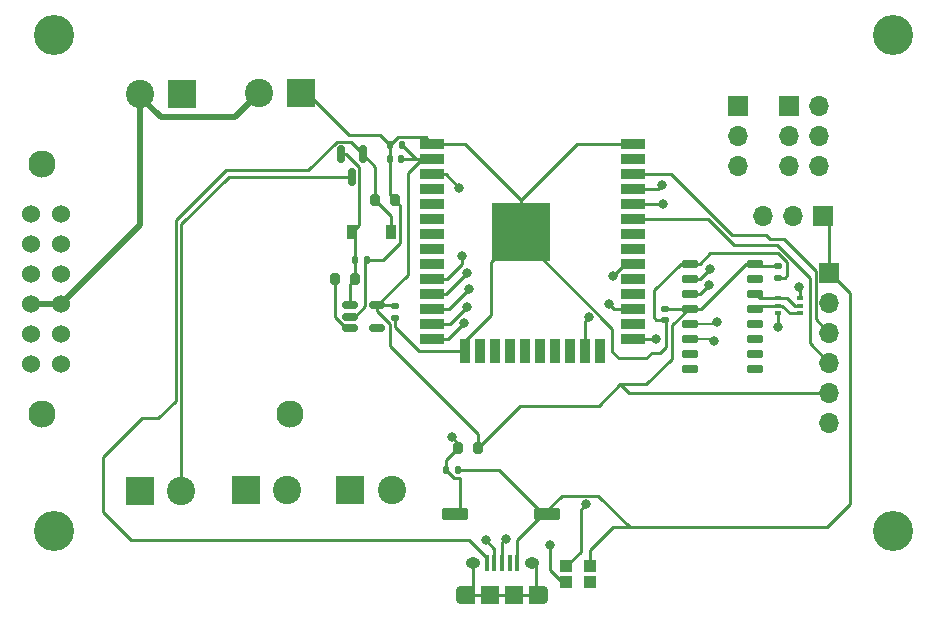
<source format=gbr>
%TF.GenerationSoftware,KiCad,Pcbnew,(6.0.0-0)*%
%TF.CreationDate,2022-09-02T11:48:12-04:00*%
%TF.ProjectId,Dome_Controller,446f6d65-5f43-46f6-9e74-726f6c6c6572,rev?*%
%TF.SameCoordinates,Original*%
%TF.FileFunction,Copper,L1,Top*%
%TF.FilePolarity,Positive*%
%FSLAX46Y46*%
G04 Gerber Fmt 4.6, Leading zero omitted, Abs format (unit mm)*
G04 Created by KiCad (PCBNEW (6.0.0-0)) date 2022-09-02 11:48:12*
%MOMM*%
%LPD*%
G01*
G04 APERTURE LIST*
G04 Aperture macros list*
%AMRoundRect*
0 Rectangle with rounded corners*
0 $1 Rounding radius*
0 $2 $3 $4 $5 $6 $7 $8 $9 X,Y pos of 4 corners*
0 Add a 4 corners polygon primitive as box body*
4,1,4,$2,$3,$4,$5,$6,$7,$8,$9,$2,$3,0*
0 Add four circle primitives for the rounded corners*
1,1,$1+$1,$2,$3*
1,1,$1+$1,$4,$5*
1,1,$1+$1,$6,$7*
1,1,$1+$1,$8,$9*
0 Add four rect primitives between the rounded corners*
20,1,$1+$1,$2,$3,$4,$5,0*
20,1,$1+$1,$4,$5,$6,$7,0*
20,1,$1+$1,$6,$7,$8,$9,0*
20,1,$1+$1,$8,$9,$2,$3,0*%
G04 Aperture macros list end*
%TA.AperFunction,SMDPad,CuDef*%
%ADD10RoundRect,0.100000X1.000000X0.400000X-1.000000X0.400000X-1.000000X-0.400000X1.000000X-0.400000X0*%
%TD*%
%TA.AperFunction,ComponentPad*%
%ADD11R,2.400000X2.400000*%
%TD*%
%TA.AperFunction,ComponentPad*%
%ADD12C,2.400000*%
%TD*%
%TA.AperFunction,SMDPad,CuDef*%
%ADD13RoundRect,0.140000X-0.170000X0.140000X-0.170000X-0.140000X0.170000X-0.140000X0.170000X0.140000X0*%
%TD*%
%TA.AperFunction,SMDPad,CuDef*%
%ADD14RoundRect,0.200000X-0.200000X-0.275000X0.200000X-0.275000X0.200000X0.275000X-0.200000X0.275000X0*%
%TD*%
%TA.AperFunction,SMDPad,CuDef*%
%ADD15R,0.400000X1.350000*%
%TD*%
%TA.AperFunction,SMDPad,CuDef*%
%ADD16R,1.500000X1.550000*%
%TD*%
%TA.AperFunction,ComponentPad*%
%ADD17O,0.890000X1.550000*%
%TD*%
%TA.AperFunction,ComponentPad*%
%ADD18O,1.250000X0.950000*%
%TD*%
%TA.AperFunction,SMDPad,CuDef*%
%ADD19R,1.200000X1.550000*%
%TD*%
%TA.AperFunction,SMDPad,CuDef*%
%ADD20R,2.000000X0.900000*%
%TD*%
%TA.AperFunction,SMDPad,CuDef*%
%ADD21R,0.900000X2.000000*%
%TD*%
%TA.AperFunction,SMDPad,CuDef*%
%ADD22R,5.000000X5.000000*%
%TD*%
%TA.AperFunction,SMDPad,CuDef*%
%ADD23RoundRect,0.140000X0.140000X0.170000X-0.140000X0.170000X-0.140000X-0.170000X0.140000X-0.170000X0*%
%TD*%
%TA.AperFunction,SMDPad,CuDef*%
%ADD24R,0.914400X1.219200*%
%TD*%
%TA.AperFunction,WasherPad*%
%ADD25C,3.400000*%
%TD*%
%TA.AperFunction,SMDPad,CuDef*%
%ADD26R,1.000000X1.000000*%
%TD*%
%TA.AperFunction,ComponentPad*%
%ADD27R,1.700000X1.700000*%
%TD*%
%TA.AperFunction,ComponentPad*%
%ADD28O,1.700000X1.700000*%
%TD*%
%TA.AperFunction,SMDPad,CuDef*%
%ADD29RoundRect,0.150000X-0.150000X0.587500X-0.150000X-0.587500X0.150000X-0.587500X0.150000X0.587500X0*%
%TD*%
%TA.AperFunction,ComponentPad*%
%ADD30C,1.524000*%
%TD*%
%TA.AperFunction,ComponentPad*%
%ADD31C,2.300000*%
%TD*%
%TA.AperFunction,SMDPad,CuDef*%
%ADD32RoundRect,0.140000X-0.140000X-0.170000X0.140000X-0.170000X0.140000X0.170000X-0.140000X0.170000X0*%
%TD*%
%TA.AperFunction,SMDPad,CuDef*%
%ADD33R,0.500000X0.300000*%
%TD*%
%TA.AperFunction,SMDPad,CuDef*%
%ADD34RoundRect,0.049600X-0.605400X-0.260400X0.605400X-0.260400X0.605400X0.260400X-0.605400X0.260400X0*%
%TD*%
%TA.AperFunction,SMDPad,CuDef*%
%ADD35RoundRect,0.150000X-0.512500X-0.150000X0.512500X-0.150000X0.512500X0.150000X-0.512500X0.150000X0*%
%TD*%
%TA.AperFunction,SMDPad,CuDef*%
%ADD36RoundRect,0.200000X0.200000X0.275000X-0.200000X0.275000X-0.200000X-0.275000X0.200000X-0.275000X0*%
%TD*%
%TA.AperFunction,ViaPad*%
%ADD37C,0.800000*%
%TD*%
%TA.AperFunction,Conductor*%
%ADD38C,0.250000*%
%TD*%
%TA.AperFunction,Conductor*%
%ADD39C,0.254000*%
%TD*%
%TA.AperFunction,Conductor*%
%ADD40C,0.200000*%
%TD*%
%TA.AperFunction,Conductor*%
%ADD41C,0.500000*%
%TD*%
G04 APERTURE END LIST*
D10*
%TO.P,SW1,1,1*%
%TO.N,GND*%
X118705000Y-101600000D03*
%TO.P,SW1,2,2*%
%TO.N,RESET*%
X110905000Y-101600000D03*
%TD*%
D11*
%TO.P,J5,1,Pin_1*%
%TO.N,GND*%
X87780000Y-66000000D03*
D12*
%TO.P,J5,2,Pin_2*%
%TO.N,+12V*%
X84280000Y-66000000D03*
%TD*%
D13*
%TO.P,C4,1*%
%TO.N,+3.3V*%
X138220000Y-80620000D03*
%TO.P,C4,2*%
%TO.N,GND*%
X138220000Y-81580000D03*
%TD*%
D11*
%TO.P,J8,1,Pin_1*%
%TO.N,GND*%
X93190000Y-99570000D03*
D12*
%TO.P,J8,2,Pin_2*%
%TO.N,+5V*%
X96690000Y-99570000D03*
%TD*%
D14*
%TO.P,R2,1*%
%TO.N,VBUS*%
X104165000Y-75030000D03*
%TO.P,R2,2*%
%TO.N,GND*%
X105815000Y-75030000D03*
%TD*%
%TO.P,R3,1*%
%TO.N,Net-(R3-Pad1)*%
X100755000Y-81700000D03*
%TO.P,R3,2*%
%TO.N,VIN*%
X102405000Y-81700000D03*
%TD*%
D15*
%TO.P,J1,1,VBUS*%
%TO.N,VBUS*%
X113600000Y-105750000D03*
%TO.P,J1,2,D-*%
%TO.N,D-*%
X114250000Y-105750000D03*
%TO.P,J1,3,D+*%
%TO.N,D+*%
X114900000Y-105750000D03*
%TO.P,J1,4,ID*%
%TO.N,unconnected-(J1-Pad4)*%
X115550000Y-105750000D03*
%TO.P,J1,5,GND*%
%TO.N,GND*%
X116200000Y-105750000D03*
D16*
%TO.P,J1,6,Shield*%
%TO.N,unconnected-(J1-Pad6)*%
X115900000Y-108450000D03*
D17*
X118400000Y-108450000D03*
D18*
X117400000Y-105750000D03*
D19*
X112000000Y-108450000D03*
D18*
X112400000Y-105750000D03*
D19*
X117800000Y-108450000D03*
D16*
X113900000Y-108450000D03*
D17*
X111400000Y-108450000D03*
%TD*%
D20*
%TO.P,U1,1,GND*%
%TO.N,GND*%
X108980000Y-70245000D03*
%TO.P,U1,2,3V3*%
%TO.N,+3.3V*%
X108980000Y-71515000D03*
%TO.P,U1,3,EN*%
%TO.N,RESET*%
X108980000Y-72785000D03*
%TO.P,U1,4,SENSOR_VP*%
%TO.N,unconnected-(U1-Pad4)*%
X108980000Y-74055000D03*
%TO.P,U1,5,SENSOR_VN*%
%TO.N,unconnected-(U1-Pad5)*%
X108980000Y-75325000D03*
%TO.P,U1,6,IO34*%
%TO.N,unconnected-(U1-Pad6)*%
X108980000Y-76595000D03*
%TO.P,U1,7,IO35*%
%TO.N,unconnected-(U1-Pad7)*%
X108980000Y-77865000D03*
%TO.P,U1,8,IO32*%
%TO.N,unconnected-(U1-Pad8)*%
X108980000Y-79135000D03*
%TO.P,U1,9,IO33*%
%TO.N,unconnected-(U1-Pad9)*%
X108980000Y-80405000D03*
%TO.P,U1,10,IO25*%
%TO.N,RX_RS*%
X108980000Y-81675000D03*
%TO.P,U1,11,IO26*%
%TO.N,TX_RS*%
X108980000Y-82945000D03*
%TO.P,U1,12,IO27*%
%TO.N,CL_D*%
X108980000Y-84215000D03*
%TO.P,U1,13,IO14*%
%TO.N,TX_FU*%
X108980000Y-85485000D03*
%TO.P,U1,14,IO12*%
%TO.N,RX_FU*%
X108980000Y-86755000D03*
D21*
%TO.P,U1,15,GND*%
%TO.N,GND*%
X111765000Y-87755000D03*
%TO.P,U1,16,IO13*%
%TO.N,unconnected-(U1-Pad16)*%
X113035000Y-87755000D03*
%TO.P,U1,17,SD2*%
%TO.N,unconnected-(U1-Pad17)*%
X114305000Y-87755000D03*
%TO.P,U1,18,SD3*%
%TO.N,unconnected-(U1-Pad18)*%
X115575000Y-87755000D03*
%TO.P,U1,19,CMD*%
%TO.N,unconnected-(U1-Pad19)*%
X116845000Y-87755000D03*
%TO.P,U1,20,CLK*%
%TO.N,unconnected-(U1-Pad20)*%
X118115000Y-87755000D03*
%TO.P,U1,21,SD0*%
%TO.N,unconnected-(U1-Pad21)*%
X119385000Y-87755000D03*
%TO.P,U1,22,SD1*%
%TO.N,unconnected-(U1-Pad22)*%
X120655000Y-87755000D03*
%TO.P,U1,23,IO15*%
%TO.N,RX_HP*%
X121925000Y-87755000D03*
%TO.P,U1,24,IO2*%
%TO.N,unconnected-(U1-Pad24)*%
X123195000Y-87755000D03*
D20*
%TO.P,U1,25,IO0*%
%TO.N,GPIO0*%
X125980000Y-86755000D03*
%TO.P,U1,26,IO4*%
%TO.N,unconnected-(U1-Pad26)*%
X125980000Y-85485000D03*
%TO.P,U1,27,IO16*%
%TO.N,TX_HP*%
X125980000Y-84215000D03*
%TO.P,U1,28,IO17*%
%TO.N,unconnected-(U1-Pad28)*%
X125980000Y-82945000D03*
%TO.P,U1,29,IO5*%
%TO.N,unconnected-(U1-Pad29)*%
X125980000Y-81675000D03*
%TO.P,U1,30,IO18*%
%TO.N,ST_LED_D*%
X125980000Y-80405000D03*
%TO.P,U1,31,IO19*%
%TO.N,unconnected-(U1-Pad31)*%
X125980000Y-79135000D03*
%TO.P,U1,32,NC*%
%TO.N,unconnected-(U1-Pad32)*%
X125980000Y-77865000D03*
%TO.P,U1,33,IO21*%
%TO.N,SDA*%
X125980000Y-76595000D03*
%TO.P,U1,34,RXD0*%
%TO.N,TXD0*%
X125980000Y-75325000D03*
%TO.P,U1,35,TXD0*%
%TO.N,RXD0*%
X125980000Y-74055000D03*
%TO.P,U1,36,IO22*%
%TO.N,SCL*%
X125980000Y-72785000D03*
%TO.P,U1,37,IO23*%
%TO.N,unconnected-(U1-Pad37)*%
X125980000Y-71515000D03*
%TO.P,U1,38,GND*%
%TO.N,GND*%
X125980000Y-70245000D03*
D22*
%TO.P,U1,39,GND*%
X116480000Y-77745000D03*
%TD*%
D23*
%TO.P,C3,1*%
%TO.N,+3.3V*%
X106350000Y-71550000D03*
%TO.P,C3,2*%
%TO.N,GND*%
X105390000Y-71550000D03*
%TD*%
%TO.P,C5,1*%
%TO.N,GND*%
X103440000Y-80110000D03*
%TO.P,C5,2*%
%TO.N,VIN*%
X102480000Y-80110000D03*
%TD*%
D11*
%TO.P,J9,1,Pin_1*%
%TO.N,GND*%
X102060000Y-99570000D03*
D12*
%TO.P,J9,2,Pin_2*%
%TO.N,+5V*%
X105560000Y-99570000D03*
%TD*%
D23*
%TO.P,C2,1*%
%TO.N,+3.3V*%
X106390000Y-70320000D03*
%TO.P,C2,2*%
%TO.N,GND*%
X105430000Y-70320000D03*
%TD*%
D13*
%TO.P,C7,1*%
%TO.N,+3.3V*%
X105870000Y-83990000D03*
%TO.P,C7,2*%
%TO.N,GND*%
X105870000Y-84950000D03*
%TD*%
D24*
%TO.P,CR1,A,A*%
%TO.N,VBUS*%
X105476800Y-77738500D03*
%TO.P,CR1,C,C*%
%TO.N,VIN*%
X102200200Y-77738500D03*
%TD*%
D25*
%TO.P,REF\u002A\u002A,*%
%TO.N,*%
X77000000Y-61000000D03*
%TD*%
D26*
%TO.P,L1,1,DO*%
%TO.N,unconnected-(L1-Pad1)*%
X122375000Y-107320000D03*
%TO.P,L1,2,VSS*%
%TO.N,GND*%
X122375000Y-106020000D03*
%TO.P,L1,3,DI*%
%TO.N,ST_LED_D*%
X120345000Y-106020000D03*
%TO.P,L1,4,VDD*%
%TO.N,+5V*%
X120345000Y-107320000D03*
%TD*%
D27*
%TO.P,J3,1,Pin_1*%
%TO.N,GND*%
X139210000Y-67040000D03*
D28*
%TO.P,J3,2,Pin_2*%
X141750000Y-67040000D03*
%TO.P,J3,3,Pin_3*%
%TO.N,RX_RS*%
X139210000Y-69580000D03*
%TO.P,J3,4,Pin_4*%
%TO.N,RX_HP*%
X141750000Y-69580000D03*
%TO.P,J3,5,Pin_5*%
%TO.N,TX_RS*%
X139210000Y-72120000D03*
%TO.P,J3,6,Pin_6*%
%TO.N,TX_HP*%
X141750000Y-72120000D03*
%TD*%
D29*
%TO.P,U2,1,1*%
%TO.N,VBUS*%
X103130000Y-71142500D03*
%TO.P,U2,2,2*%
%TO.N,VIN*%
X101230000Y-71142500D03*
%TO.P,U2,3,3*%
%TO.N,+5V*%
X102180000Y-73017500D03*
%TD*%
D25*
%TO.P,REF\u002A\u002A,*%
%TO.N,*%
X77000000Y-103000000D03*
%TD*%
D27*
%TO.P,J2,1,Pin_1*%
%TO.N,GND*%
X142610000Y-81150000D03*
D28*
%TO.P,J2,2,Pin_2*%
%TO.N,unconnected-(J2-Pad2)*%
X142610000Y-83690000D03*
%TO.P,J2,3,Pin_3*%
%TO.N,SCL*%
X142610000Y-86230000D03*
%TO.P,J2,4,Pin_4*%
%TO.N,SDA*%
X142610000Y-88770000D03*
%TO.P,J2,5,Pin_5*%
%TO.N,+3.3V*%
X142610000Y-91310000D03*
%TO.P,J2,6,Pin_6*%
%TO.N,+5V*%
X142610000Y-93850000D03*
%TD*%
D13*
%TO.P,C6,1*%
%TO.N,+3.3V*%
X128680000Y-84190000D03*
%TO.P,C6,2*%
%TO.N,GND*%
X128680000Y-85150000D03*
%TD*%
D25*
%TO.P,REF\u002A\u002A,*%
%TO.N,*%
X148000000Y-103000000D03*
%TD*%
D27*
%TO.P,J4,1,Pin_1*%
%TO.N,GND*%
X142050000Y-76320000D03*
D28*
%TO.P,J4,2,Pin_2*%
%TO.N,+5V*%
X139510000Y-76320000D03*
%TO.P,J4,3,Pin_3*%
%TO.N,CL_D*%
X136970000Y-76320000D03*
%TD*%
D25*
%TO.P,REF\u002A\u002A,*%
%TO.N,*%
X148000000Y-61000000D03*
%TD*%
D27*
%TO.P,J10,1,Pin_1*%
%TO.N,GND*%
X134870000Y-67020000D03*
D28*
%TO.P,J10,2,Pin_2*%
%TO.N,RX_FU*%
X134870000Y-69560000D03*
%TO.P,J10,3,Pin_3*%
%TO.N,TX_FU*%
X134870000Y-72100000D03*
%TD*%
D11*
%TO.P,J7,1,Pin_1*%
%TO.N,GND*%
X84230000Y-99650000D03*
D12*
%TO.P,J7,2,Pin_2*%
%TO.N,+5V*%
X87730000Y-99650000D03*
%TD*%
D30*
%TO.P,U6,1,VOUT*%
%TO.N,+5V*%
X75035000Y-76185000D03*
%TO.P,U6,2,GND*%
%TO.N,GND*%
X75035000Y-78725000D03*
%TO.P,U6,3,GND*%
X75035000Y-81265000D03*
%TO.P,U6,4,VIN*%
%TO.N,+12V*%
X75035000Y-83805000D03*
%TO.P,U6,5,VRP*%
%TO.N,unconnected-(U6-Pad5)*%
X75035000Y-86345000D03*
%TO.P,U6,6,EN*%
%TO.N,unconnected-(U6-Pad6)*%
X75035000Y-88885000D03*
%TO.P,U6,7,PG*%
%TO.N,unconnected-(U6-Pad7)*%
X77575000Y-88885000D03*
%TO.P,U6,8,VRP*%
%TO.N,unconnected-(U6-Pad8)*%
X77575000Y-86345000D03*
%TO.P,U6,9,VIN*%
%TO.N,+12V*%
X77575000Y-83805000D03*
%TO.P,U6,10,GND*%
%TO.N,GND*%
X77575000Y-81265000D03*
%TO.P,U6,11,GND*%
X77575000Y-78725000D03*
%TO.P,U6,12,VOUT*%
%TO.N,+5V*%
X77575000Y-76185000D03*
D31*
%TO.P,U6,13*%
%TO.N,N/C*%
X75965000Y-71935000D03*
%TO.P,U6,14*%
X75965000Y-93135000D03*
%TO.P,U6,15*%
X96965000Y-93135000D03*
%TD*%
D32*
%TO.P,C1,1*%
%TO.N,RESET*%
X110180000Y-97890000D03*
%TO.P,C1,2*%
%TO.N,GND*%
X111140000Y-97890000D03*
%TD*%
D33*
%TO.P,U5,1*%
%TO.N,RTS*%
X138230000Y-83295800D03*
%TO.P,U5,2*%
%TO.N,DTR*%
X138230000Y-83945800D03*
%TO.P,U5,3*%
%TO.N,GPIO0*%
X138230000Y-84595800D03*
%TO.P,U5,4*%
%TO.N,DTR*%
X140080000Y-84595800D03*
%TO.P,U5,5*%
%TO.N,RTS*%
X140080000Y-83945800D03*
%TO.P,U5,6*%
%TO.N,RESET*%
X140080000Y-83295800D03*
%TD*%
D34*
%TO.P,U4,1,GND*%
%TO.N,GND*%
X130845000Y-80395000D03*
%TO.P,U4,2,TXD*%
%TO.N,RXD0*%
X130845000Y-81665000D03*
%TO.P,U4,3,RXD*%
%TO.N,TXD0*%
X130845000Y-82935000D03*
%TO.P,U4,4,V3*%
%TO.N,+3.3V*%
X130845000Y-84205000D03*
%TO.P,U4,5,UD+*%
%TO.N,D+*%
X130845000Y-85475000D03*
%TO.P,U4,6,UD-*%
%TO.N,D-*%
X130845000Y-86745000D03*
%TO.P,U4,7,NC.*%
%TO.N,unconnected-(U4-Pad7)*%
X130845000Y-88015000D03*
%TO.P,U4,8,~{OUT}*%
%TO.N,unconnected-(U4-Pad8)*%
X130845000Y-89285000D03*
%TO.P,U4,9,~{CTS}*%
%TO.N,unconnected-(U4-Pad9)*%
X136345000Y-89285000D03*
%TO.P,U4,10,~{DSR}*%
%TO.N,unconnected-(U4-Pad10)*%
X136345000Y-88015000D03*
%TO.P,U4,11,~{RI}*%
%TO.N,unconnected-(U4-Pad11)*%
X136345000Y-86745000D03*
%TO.P,U4,12,~{DCD}*%
%TO.N,unconnected-(U4-Pad12)*%
X136345000Y-85475000D03*
%TO.P,U4,13,~{DTR}*%
%TO.N,DTR*%
X136345000Y-84205000D03*
%TO.P,U4,14,~{RTS}*%
%TO.N,RTS*%
X136345000Y-82935000D03*
%TO.P,U4,15,R232*%
%TO.N,unconnected-(U4-Pad15)*%
X136345000Y-81665000D03*
%TO.P,U4,16,VCC*%
%TO.N,+3.3V*%
X136345000Y-80395000D03*
%TD*%
D11*
%TO.P,J6,1,Pin_1*%
%TO.N,GND*%
X97850000Y-65930000D03*
D12*
%TO.P,J6,2,Pin_2*%
%TO.N,+12V*%
X94350000Y-65930000D03*
%TD*%
D35*
%TO.P,U3,1,VIN*%
%TO.N,VIN*%
X102032500Y-83920000D03*
%TO.P,U3,2,VSS*%
%TO.N,GND*%
X102032500Y-84870000D03*
%TO.P,U3,3,CE*%
%TO.N,Net-(R3-Pad1)*%
X102032500Y-85820000D03*
%TO.P,U3,4,NC*%
%TO.N,unconnected-(U3-Pad4)*%
X104307500Y-85820000D03*
%TO.P,U3,5,VOUT*%
%TO.N,+3.3V*%
X104307500Y-83920000D03*
%TD*%
D36*
%TO.P,R1,1*%
%TO.N,+3.3V*%
X112855000Y-96010000D03*
%TO.P,R1,2*%
%TO.N,RESET*%
X111205000Y-96010000D03*
%TD*%
D37*
%TO.N,RX_FU*%
X111650000Y-85410000D03*
%TO.N,D-*%
X132870000Y-86910000D03*
X113545000Y-103815000D03*
%TO.N,D+*%
X133110000Y-85340000D03*
X115200000Y-103660000D03*
%TO.N,+5V*%
X118995000Y-104205000D03*
%TO.N,RX_RS*%
X111490000Y-79760000D03*
%TO.N,RX_HP*%
X122220000Y-84920000D03*
%TO.N,TX_RS*%
X111890000Y-81220000D03*
%TO.N,TX_HP*%
X123940000Y-83780000D03*
%TO.N,CL_D*%
X112090000Y-82520000D03*
%TO.N,ST_LED_D*%
X124270000Y-81410000D03*
X122020000Y-100770000D03*
%TO.N,TX_FU*%
X111960000Y-84020000D03*
%TO.N,GPIO0*%
X127970000Y-86730000D03*
X138230000Y-85740000D03*
%TO.N,TXD0*%
X128480000Y-75350000D03*
X132412337Y-82183784D03*
%TO.N,RXD0*%
X132480000Y-80810000D03*
X128400000Y-73720000D03*
%TO.N,RESET*%
X110635000Y-95045000D03*
X111280000Y-73950000D03*
X140055000Y-82385000D03*
%TD*%
D38*
%TO.N,+5V*%
X120345000Y-107320000D02*
X119995978Y-107320000D01*
X119995978Y-107320000D02*
X118995000Y-106319022D01*
X118995000Y-106319022D02*
X118995000Y-104205000D01*
D39*
%TO.N,GND*%
X142610000Y-81150000D02*
X142610000Y-76880000D01*
X142610000Y-76880000D02*
X142050000Y-76320000D01*
X111140000Y-97890000D02*
X114665000Y-97890000D01*
X114665000Y-97890000D02*
X118375000Y-101600000D01*
%TO.N,RESET*%
X111350000Y-101155000D02*
X111350000Y-98526520D01*
X111350000Y-98526520D02*
X110806762Y-98526520D01*
X110180000Y-97899758D02*
X110180000Y-97035000D01*
X110806762Y-98526520D02*
X110180000Y-97899758D01*
X110180000Y-97035000D02*
X111205000Y-96010000D01*
%TO.N,RX_FU*%
X108980000Y-86755000D02*
X110305000Y-86755000D01*
X110305000Y-86755000D02*
X111650000Y-85410000D01*
D38*
%TO.N,GND*%
X128220000Y-87920000D02*
X128250000Y-87950000D01*
D39*
X138270000Y-79520000D02*
X139020000Y-80270000D01*
X108418480Y-69683480D02*
X108980000Y-70245000D01*
D38*
X116480000Y-77745000D02*
X113940000Y-80285000D01*
X116480000Y-77745000D02*
X116480000Y-78155386D01*
X104821122Y-80110000D02*
X106260000Y-78671122D01*
D39*
X105430000Y-70310000D02*
X106056520Y-69683480D01*
D38*
X116480000Y-74995000D02*
X111730000Y-70245000D01*
D39*
X130005000Y-80395000D02*
X130845000Y-80395000D01*
D38*
X105815000Y-75030000D02*
X105390000Y-74605000D01*
X116480000Y-77745000D02*
X116480000Y-74995000D01*
X102032500Y-84870000D02*
X102416072Y-84870000D01*
X103440000Y-80110000D02*
X104821122Y-80110000D01*
D39*
X125700000Y-102700000D02*
X124286000Y-102700000D01*
X118375000Y-101600000D02*
X116200000Y-103775000D01*
D38*
X124230000Y-87830000D02*
X124790000Y-88390000D01*
X127110000Y-88390000D02*
X127580000Y-87920000D01*
D39*
X122375000Y-104611000D02*
X122375000Y-106020000D01*
D38*
X121230000Y-70245000D02*
X125980000Y-70245000D01*
X116480000Y-74995000D02*
X121230000Y-70245000D01*
X128250000Y-87950000D02*
X128750000Y-87450000D01*
X127580000Y-87920000D02*
X128220000Y-87920000D01*
D39*
X142660000Y-81150000D02*
X144350000Y-82840000D01*
X142370000Y-102700000D02*
X125700000Y-102700000D01*
D38*
X113940000Y-84750978D02*
X111765000Y-86925978D01*
X105870000Y-85744022D02*
X107880978Y-87755000D01*
X124230000Y-85905386D02*
X124230000Y-87830000D01*
X124790000Y-88390000D02*
X127110000Y-88390000D01*
X113940000Y-80285000D02*
X113940000Y-84750978D01*
X103320480Y-80229520D02*
X103440000Y-80110000D01*
X111730000Y-70245000D02*
X108980000Y-70245000D01*
X105870000Y-84950000D02*
X105870000Y-85744022D01*
X107880978Y-87755000D02*
X111765000Y-87755000D01*
D39*
X130845000Y-80395000D02*
X131655000Y-80395000D01*
X118375000Y-101600000D02*
X119931511Y-100043489D01*
X128680000Y-85150000D02*
X127970000Y-85150000D01*
X123043489Y-100043489D02*
X125700000Y-102700000D01*
X106056520Y-69683480D02*
X108418480Y-69683480D01*
X127760000Y-84940000D02*
X127760000Y-82640000D01*
X132530000Y-79520000D02*
X138270000Y-79520000D01*
X138830000Y-81580000D02*
X138220000Y-81580000D01*
X144350000Y-100720000D02*
X142370000Y-102700000D01*
D38*
X128750000Y-87450000D02*
X128750000Y-85450000D01*
D39*
X139020000Y-80270000D02*
X139020000Y-81390000D01*
X97820000Y-65360000D02*
X101930000Y-69470000D01*
D38*
X103320480Y-83965592D02*
X103320480Y-80229520D01*
D39*
X119931511Y-100043489D02*
X123043489Y-100043489D01*
D38*
X116480000Y-78155386D02*
X124230000Y-85905386D01*
D39*
X105430000Y-70320000D02*
X105430000Y-70310000D01*
D38*
X105390000Y-74605000D02*
X105390000Y-71550000D01*
D39*
X127970000Y-85150000D02*
X127760000Y-84940000D01*
X105430000Y-70320000D02*
X105430000Y-71510000D01*
X104580000Y-69470000D02*
X105430000Y-70320000D01*
X127760000Y-82640000D02*
X130005000Y-80395000D01*
X116200000Y-103775000D02*
X116200000Y-105750000D01*
X131655000Y-80395000D02*
X132530000Y-79520000D01*
X144350000Y-82840000D02*
X144350000Y-100720000D01*
D38*
X111765000Y-86925978D02*
X111765000Y-87755000D01*
X106260000Y-78671122D02*
X106260000Y-75475000D01*
D39*
X142610000Y-81150000D02*
X142660000Y-81150000D01*
X101930000Y-69470000D02*
X104580000Y-69470000D01*
D38*
X106260000Y-75475000D02*
X105815000Y-75030000D01*
D39*
X139020000Y-81390000D02*
X138830000Y-81580000D01*
X105430000Y-71510000D02*
X105390000Y-71550000D01*
X124286000Y-102700000D02*
X122375000Y-104611000D01*
D38*
X102416072Y-84870000D02*
X103320480Y-83965592D01*
%TO.N,+3.3V*%
X116425000Y-92440000D02*
X123070000Y-92440000D01*
X105420480Y-85467410D02*
X105420480Y-87340480D01*
X106920000Y-72745978D02*
X106920000Y-81307500D01*
X106920000Y-81307500D02*
X104307500Y-83920000D01*
X131735000Y-84205000D02*
X135545000Y-80395000D01*
X108150978Y-71515000D02*
X106920000Y-72745978D01*
X104307500Y-83920000D02*
X104307500Y-84354430D01*
D39*
X128680000Y-84190000D02*
X130830000Y-84190000D01*
D38*
X130685089Y-84205000D02*
X130845000Y-84205000D01*
X108980000Y-71515000D02*
X106385000Y-71515000D01*
X108980000Y-71515000D02*
X108150978Y-71515000D01*
X105420480Y-87340480D02*
X112855000Y-94775000D01*
D39*
X130830000Y-84190000D02*
X130845000Y-84205000D01*
D38*
X135545000Y-80395000D02*
X136345000Y-80395000D01*
X104307500Y-84354430D02*
X105420480Y-85467410D01*
X124900000Y-90610000D02*
X127110000Y-90610000D01*
X107585000Y-71515000D02*
X106390000Y-70320000D01*
X129300000Y-85590089D02*
X130685089Y-84205000D01*
X104307500Y-83920000D02*
X105800000Y-83920000D01*
X125600000Y-91310000D02*
X142610000Y-91310000D01*
X129300000Y-88420000D02*
X129300000Y-85590089D01*
D39*
X138220000Y-80620000D02*
X136570000Y-80620000D01*
D38*
X123070000Y-92440000D02*
X124900000Y-90610000D01*
D39*
X136570000Y-80620000D02*
X136345000Y-80395000D01*
D38*
X108980000Y-71515000D02*
X107585000Y-71515000D01*
X124900000Y-90610000D02*
X125600000Y-91310000D01*
X105800000Y-83920000D02*
X105870000Y-83990000D01*
X112855000Y-96010000D02*
X116425000Y-92440000D01*
X127110000Y-90610000D02*
X129300000Y-88420000D01*
X106385000Y-71515000D02*
X106350000Y-71550000D01*
X112855000Y-94775000D02*
X112855000Y-96010000D01*
X130845000Y-84205000D02*
X131735000Y-84205000D01*
%TO.N,VIN*%
X101230000Y-71142500D02*
X101721428Y-71142500D01*
X102405000Y-80185000D02*
X102480000Y-80110000D01*
X102804520Y-72225592D02*
X102804520Y-77134180D01*
X101721428Y-71142500D02*
X102804520Y-72225592D01*
X102480000Y-78018300D02*
X102200200Y-77738500D01*
X102804520Y-77134180D02*
X102200200Y-77738500D01*
X102032500Y-82072500D02*
X102405000Y-81700000D01*
X102405000Y-81700000D02*
X102405000Y-80185000D01*
X102480000Y-80110000D02*
X102480000Y-78018300D01*
X102032500Y-83920000D02*
X102032500Y-82072500D01*
D39*
%TO.N,VBUS*%
X98491099Y-72470000D02*
X100882619Y-70078480D01*
D38*
X104165000Y-72177500D02*
X104165000Y-75030000D01*
D39*
X87276480Y-91993520D02*
X87276480Y-76733520D01*
X84410000Y-93480000D02*
X85790000Y-93480000D01*
X112105000Y-103780000D02*
X83440000Y-103780000D01*
X85790000Y-93480000D02*
X87276480Y-91993520D01*
D38*
X104165000Y-75030000D02*
X105476800Y-76341800D01*
D39*
X87276480Y-76733520D02*
X91540000Y-72470000D01*
X113600000Y-105750000D02*
X113600000Y-105275000D01*
X81090000Y-96800000D02*
X84410000Y-93480000D01*
X81090000Y-101430000D02*
X81090000Y-96800000D01*
X91540000Y-72470000D02*
X98491099Y-72470000D01*
D38*
X102067980Y-70080480D02*
X103130000Y-71142500D01*
D39*
X113600000Y-105275000D02*
X112105000Y-103780000D01*
D38*
X103130000Y-71142500D02*
X104165000Y-72177500D01*
X100883448Y-70080480D02*
X102067980Y-70080480D01*
X105476800Y-76341800D02*
X105476800Y-77738500D01*
D39*
X83440000Y-103780000D02*
X81090000Y-101430000D01*
%TO.N,D-*%
X114250000Y-105750000D02*
X114250000Y-104520000D01*
D40*
X132705000Y-86745000D02*
X132870000Y-86910000D01*
D39*
X114250000Y-104520000D02*
X113545000Y-103815000D01*
D40*
X130845000Y-86745000D02*
X132705000Y-86745000D01*
%TO.N,D+*%
X130845000Y-85475000D02*
X132975000Y-85475000D01*
D39*
X114900000Y-103960000D02*
X115200000Y-103660000D01*
X114900000Y-105750000D02*
X114900000Y-103960000D01*
D40*
X132975000Y-85475000D02*
X133110000Y-85340000D01*
D39*
%TO.N,unconnected-(J1-Pad6)*%
X113900000Y-108450000D02*
X115900000Y-108450000D01*
X112400000Y-108050000D02*
X112000000Y-108450000D01*
X117800000Y-108450000D02*
X117800000Y-106150000D01*
X115900000Y-108450000D02*
X117800000Y-108450000D01*
X117800000Y-106150000D02*
X117400000Y-105750000D01*
X112400000Y-105750000D02*
X112400000Y-108050000D01*
X112000000Y-108450000D02*
X113900000Y-108450000D01*
%TO.N,SCL*%
X141433489Y-85053489D02*
X142610000Y-86230000D01*
X129185000Y-72785000D02*
X134350000Y-77950000D01*
X138780000Y-78320000D02*
X141433489Y-80973489D01*
X125980000Y-72785000D02*
X129185000Y-72785000D01*
X137220000Y-77950000D02*
X137590000Y-78320000D01*
X141433489Y-80973489D02*
X141433489Y-85053489D01*
X137590000Y-78320000D02*
X138780000Y-78320000D01*
X134350000Y-77950000D02*
X137220000Y-77950000D01*
%TO.N,SDA*%
X138183520Y-78773520D02*
X140979969Y-81569969D01*
X140979969Y-81569969D02*
X140979969Y-87139969D01*
X132353626Y-76595000D02*
X134532146Y-78773520D01*
X140979969Y-87139969D02*
X142610000Y-88770000D01*
X134532146Y-78773520D02*
X138183520Y-78773520D01*
X125980000Y-76595000D02*
X132353626Y-76595000D01*
%TO.N,+5V*%
X87730000Y-77030000D02*
X87730000Y-99650000D01*
X91742500Y-73017500D02*
X87730000Y-77030000D01*
X102180000Y-73017500D02*
X91742500Y-73017500D01*
%TO.N,RX_RS*%
X108980000Y-81675000D02*
X110234000Y-81675000D01*
X110234000Y-81675000D02*
X111490000Y-80419000D01*
X111490000Y-80419000D02*
X111490000Y-79760000D01*
%TO.N,RX_HP*%
X121925000Y-85215000D02*
X122220000Y-84920000D01*
X121925000Y-87755000D02*
X121925000Y-85215000D01*
%TO.N,TX_RS*%
X108980000Y-82945000D02*
X110165000Y-82945000D01*
X110165000Y-82945000D02*
X111890000Y-81220000D01*
%TO.N,TX_HP*%
X125980000Y-84215000D02*
X124375000Y-84215000D01*
X124375000Y-84215000D02*
X123940000Y-83780000D01*
%TO.N,CL_D*%
X110395000Y-84215000D02*
X112090000Y-82520000D01*
X108980000Y-84215000D02*
X110395000Y-84215000D01*
D38*
%TO.N,Net-(R3-Pad1)*%
X100755000Y-84926072D02*
X100755000Y-81700000D01*
X102032500Y-85820000D02*
X101648928Y-85820000D01*
X101648928Y-85820000D02*
X100755000Y-84926072D01*
D39*
%TO.N,ST_LED_D*%
X121570000Y-104795000D02*
X120345000Y-106020000D01*
X125275000Y-80405000D02*
X124270000Y-81410000D01*
X121570000Y-101220000D02*
X121570000Y-104795000D01*
X125980000Y-80405000D02*
X125275000Y-80405000D01*
X122020000Y-100770000D02*
X121570000Y-101220000D01*
%TO.N,TX_FU*%
X108980000Y-85485000D02*
X110495000Y-85485000D01*
X110495000Y-85485000D02*
X111960000Y-84020000D01*
%TO.N,GPIO0*%
X127845000Y-86755000D02*
X127970000Y-86730000D01*
X125980000Y-86755000D02*
X127845000Y-86755000D01*
X127970000Y-86730000D02*
X127860000Y-86740000D01*
X138230000Y-84595800D02*
X138230000Y-85740000D01*
%TO.N,TXD0*%
X131635000Y-82935000D02*
X132412337Y-82183784D01*
X125980000Y-75325000D02*
X128455000Y-75325000D01*
X130845000Y-82935000D02*
X131635000Y-82935000D01*
X128455000Y-75325000D02*
X128480000Y-75350000D01*
%TO.N,RXD0*%
X131625000Y-81665000D02*
X132480000Y-80810000D01*
X125980000Y-74055000D02*
X128065000Y-74055000D01*
X128065000Y-74055000D02*
X128400000Y-73720000D01*
X130845000Y-81665000D02*
X131625000Y-81665000D01*
%TO.N,DTR*%
X136604200Y-83945800D02*
X138230000Y-83945800D01*
X139283022Y-84595800D02*
X138633022Y-83945800D01*
X140080000Y-84595800D02*
X139283022Y-84595800D01*
X138633022Y-83945800D02*
X138230000Y-83945800D01*
X136345000Y-84205000D02*
X136604200Y-83945800D01*
%TO.N,RTS*%
X140080000Y-83945800D02*
X139685800Y-83945800D01*
X139685800Y-83945800D02*
X139035800Y-83295800D01*
X138230000Y-83295800D02*
X136705800Y-83295800D01*
X139035800Y-83295800D02*
X138230000Y-83295800D01*
X136705800Y-83295800D02*
X136345000Y-82935000D01*
%TO.N,RESET*%
X108980000Y-72785000D02*
X110115000Y-72785000D01*
X140080000Y-83295800D02*
X140080000Y-82410000D01*
X110115000Y-72785000D02*
X111280000Y-73950000D01*
X111205000Y-95615000D02*
X110635000Y-95045000D01*
X111205000Y-96010000D02*
X111205000Y-95615000D01*
D41*
%TO.N,+12V*%
X77575000Y-83805000D02*
X75035000Y-83805000D01*
X84250000Y-77130000D02*
X84250000Y-65150000D01*
X84250000Y-65150000D02*
X84250000Y-65410000D01*
X86030000Y-68010000D02*
X92270000Y-68010000D01*
X92270000Y-68010000D02*
X94350000Y-65930000D01*
X77575000Y-83805000D02*
X84250000Y-77130000D01*
X84280000Y-66260000D02*
X86030000Y-68010000D01*
%TD*%
M02*

</source>
